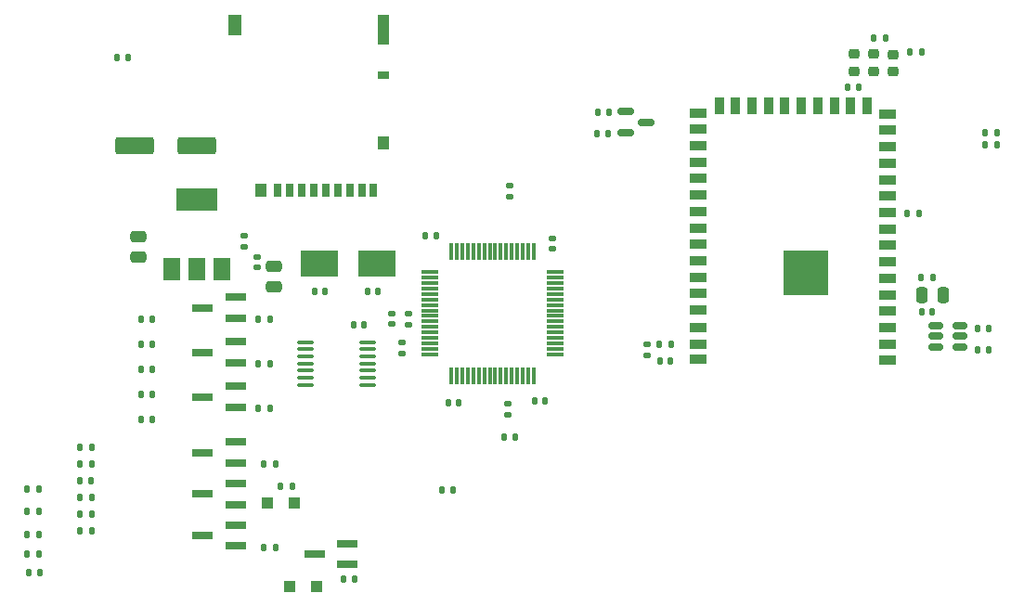
<source format=gbr>
%TF.GenerationSoftware,KiCad,Pcbnew,7.0.7-7.0.7~ubuntu23.04.1*%
%TF.CreationDate,2023-09-24T09:12:25+02:00*%
%TF.ProjectId,SweFlops,53776546-6c6f-4707-932e-6b696361645f,1.03*%
%TF.SameCoordinates,PX6312cb0PY6bcb370*%
%TF.FileFunction,Paste,Top*%
%TF.FilePolarity,Positive*%
%FSLAX46Y46*%
G04 Gerber Fmt 4.6, Leading zero omitted, Abs format (unit mm)*
G04 Created by KiCad (PCBNEW 7.0.7-7.0.7~ubuntu23.04.1) date 2023-09-24 09:12:25*
%MOMM*%
%LPD*%
G01*
G04 APERTURE LIST*
G04 Aperture macros list*
%AMRoundRect*
0 Rectangle with rounded corners*
0 $1 Rounding radius*
0 $2 $3 $4 $5 $6 $7 $8 $9 X,Y pos of 4 corners*
0 Add a 4 corners polygon primitive as box body*
4,1,4,$2,$3,$4,$5,$6,$7,$8,$9,$2,$3,0*
0 Add four circle primitives for the rounded corners*
1,1,$1+$1,$2,$3*
1,1,$1+$1,$4,$5*
1,1,$1+$1,$6,$7*
1,1,$1+$1,$8,$9*
0 Add four rect primitives between the rounded corners*
20,1,$1+$1,$2,$3,$4,$5,0*
20,1,$1+$1,$4,$5,$6,$7,0*
20,1,$1+$1,$6,$7,$8,$9,0*
20,1,$1+$1,$8,$9,$2,$3,0*%
G04 Aperture macros list end*
%ADD10RoundRect,0.139924X0.140000X0.170000X-0.140000X0.170000X-0.140000X-0.170000X0.140000X-0.170000X0*%
%ADD11RoundRect,0.139924X-0.170000X0.140000X-0.170000X-0.140000X0.170000X-0.140000X0.170000X0.140000X0*%
%ADD12RoundRect,0.249924X-0.475000X0.250000X-0.475000X-0.250000X0.475000X-0.250000X0.475000X0.250000X0*%
%ADD13RoundRect,0.139924X0.170000X-0.140000X0.170000X0.140000X-0.170000X0.140000X-0.170000X-0.140000X0*%
%ADD14RoundRect,0.134924X0.135000X0.185000X-0.135000X0.185000X-0.135000X-0.185000X0.135000X-0.185000X0*%
%ADD15RoundRect,0.134924X0.185000X-0.135000X0.185000X0.135000X-0.185000X0.135000X-0.185000X-0.135000X0*%
%ADD16RoundRect,0.134924X-0.135000X-0.185000X0.135000X-0.185000X0.135000X0.185000X-0.135000X0.185000X0*%
%ADD17RoundRect,0.099924X-0.637500X-0.100000X0.637500X-0.100000X0.637500X0.100000X-0.637500X0.100000X0*%
%ADD18R,1.499848X1.999848*%
%ADD19R,3.799848X1.999848*%
%ADD20R,3.499848X2.399848*%
%ADD21RoundRect,0.249924X1.500000X0.550000X-1.500000X0.550000X-1.500000X-0.550000X1.500000X-0.550000X0*%
%ADD22R,1.899848X0.799848*%
%ADD23R,0.999848X0.999848*%
%ADD24RoundRect,0.074924X-0.700000X-0.075000X0.700000X-0.075000X0.700000X0.075000X-0.700000X0.075000X0*%
%ADD25RoundRect,0.074924X-0.075000X-0.700000X0.075000X-0.700000X0.075000X0.700000X-0.075000X0.700000X0*%
%ADD26RoundRect,0.149924X-0.587500X-0.150000X0.587500X-0.150000X0.587500X0.150000X-0.587500X0.150000X0*%
%ADD27RoundRect,0.139924X-0.140000X-0.170000X0.140000X-0.170000X0.140000X0.170000X-0.140000X0.170000X0*%
%ADD28R,0.699848X1.199848*%
%ADD29R,0.999848X0.799848*%
%ADD30R,0.999848X1.199848*%
%ADD31R,0.999848X2.799848*%
%ADD32R,1.299848X1.899848*%
%ADD33RoundRect,0.218674X-0.256250X0.218750X-0.256250X-0.218750X0.256250X-0.218750X0.256250X0.218750X0*%
%ADD34RoundRect,0.134924X-0.185000X0.135000X-0.185000X-0.135000X0.185000X-0.135000X0.185000X0.135000X0*%
%ADD35RoundRect,0.149924X-0.512500X-0.150000X0.512500X-0.150000X0.512500X0.150000X-0.512500X0.150000X0*%
%ADD36RoundRect,0.249924X-0.250000X-0.475000X0.250000X-0.475000X0.250000X0.475000X-0.250000X0.475000X0*%
%ADD37R,1.499848X0.899848*%
%ADD38R,0.899848X1.499848*%
%ADD39R,4.099848X4.099848*%
G04 APERTURE END LIST*
D10*
%TO.C,C3*%
X31468000Y32258000D03*
X30508000Y32258000D03*
%TD*%
D11*
%TO.C,C4*%
X32766000Y30198000D03*
X32766000Y29238000D03*
%TD*%
D10*
%TO.C,C5*%
X26642000Y32258000D03*
X25682000Y32258000D03*
%TD*%
%TO.C,C6*%
X36774000Y37338000D03*
X35814000Y37338000D03*
%TD*%
%TO.C,C7*%
X38862000Y22098000D03*
X37902000Y22098000D03*
%TD*%
%TO.C,C9*%
X46708000Y22225000D03*
X45748000Y22225000D03*
%TD*%
D11*
%TO.C,C10*%
X33655000Y27531000D03*
X33655000Y26571000D03*
%TD*%
D12*
%TO.C,C17*%
X9626600Y37246600D03*
X9626600Y35346600D03*
%TD*%
D11*
%TO.C,C18*%
X19278600Y37284600D03*
X19278600Y36324600D03*
%TD*%
D12*
%TO.C,C19*%
X21974000Y34510000D03*
X21974000Y32610000D03*
%TD*%
D10*
%TO.C,C20*%
X30198000Y29210000D03*
X29238000Y29210000D03*
%TD*%
D13*
%TO.C,C23*%
X20421600Y34419600D03*
X20421600Y35379600D03*
%TD*%
D14*
%TO.C,PU1*%
X10922000Y29718000D03*
X9902000Y29718000D03*
%TD*%
%TO.C,PU2*%
X10922000Y27432000D03*
X9902000Y27432000D03*
%TD*%
%TO.C,PU3*%
X10922000Y25146000D03*
X9902000Y25146000D03*
%TD*%
%TO.C,PU4*%
X5336000Y18034000D03*
X4316000Y18034000D03*
%TD*%
%TO.C,PU5*%
X512000Y14224000D03*
X-508000Y14224000D03*
%TD*%
%TO.C,PU6*%
X5338000Y16510000D03*
X4318000Y16510000D03*
%TD*%
%TO.C,PU7*%
X510000Y12192000D03*
X-510000Y12192000D03*
%TD*%
%TO.C,PU8*%
X5334000Y14986000D03*
X4314000Y14986000D03*
%TD*%
%TO.C,PU9*%
X510000Y10033000D03*
X-510000Y10033000D03*
%TD*%
%TO.C,PU10*%
X5336000Y13462000D03*
X4316000Y13462000D03*
%TD*%
%TO.C,PU11*%
X510000Y8255000D03*
X-510000Y8255000D03*
%TD*%
%TO.C,PU12*%
X609600Y6604000D03*
X-410400Y6604000D03*
%TD*%
%TO.C,PU13*%
X5336000Y11938000D03*
X4316000Y11938000D03*
%TD*%
%TO.C,R1*%
X87187500Y28847000D03*
X86167500Y28847000D03*
%TD*%
%TO.C,R2*%
X87187500Y26847000D03*
X86167500Y26847000D03*
%TD*%
D15*
%TO.C,R10*%
X34290000Y29206000D03*
X34290000Y30226000D03*
%TD*%
D14*
%TO.C,R20*%
X87886000Y46736000D03*
X86866000Y46736000D03*
%TD*%
D16*
%TO.C,RN1*%
X20572000Y29718000D03*
X21592000Y29718000D03*
%TD*%
%TO.C,RN2*%
X20572000Y25654000D03*
X21592000Y25654000D03*
%TD*%
%TO.C,RN3*%
X20572000Y21590000D03*
X21592000Y21590000D03*
%TD*%
%TO.C,RN4*%
X21080000Y8890000D03*
X22100000Y8890000D03*
%TD*%
%TO.C,RN5*%
X22604000Y14478000D03*
X23624000Y14478000D03*
%TD*%
%TO.C,RN6*%
X21080000Y16510000D03*
X22100000Y16510000D03*
%TD*%
D17*
%TO.C,U1*%
X24823500Y27604000D03*
X24823500Y26954000D03*
X24823500Y26304000D03*
X24823500Y25654000D03*
X24823500Y25004000D03*
X24823500Y24354000D03*
X24823500Y23704000D03*
X30548500Y23704000D03*
X30548500Y24354000D03*
X30548500Y25004000D03*
X30548500Y25654000D03*
X30548500Y26304000D03*
X30548500Y26954000D03*
X30548500Y27604000D03*
%TD*%
D18*
%TO.C,U4*%
X12621220Y34289600D03*
X14921220Y34289600D03*
D19*
X14921220Y40589600D03*
D18*
X17221220Y34289600D03*
%TD*%
D20*
%TO.C,Y1*%
X31362000Y34798000D03*
X26162000Y34798000D03*
%TD*%
D21*
%TO.C,C1*%
X14904000Y45500000D03*
X9304000Y45500000D03*
%TD*%
D16*
%TO.C,R13*%
X7666800Y53594000D03*
X8686800Y53594000D03*
%TD*%
D14*
%TO.C,PU14*%
X10922000Y20574000D03*
X9902000Y20574000D03*
%TD*%
D16*
%TO.C,PU15*%
X9902000Y22860000D03*
X10922000Y22860000D03*
%TD*%
%TO.C,R3*%
X37304000Y14100000D03*
X38324000Y14100000D03*
%TD*%
%TO.C,R4*%
X42974000Y18940000D03*
X43994000Y18940000D03*
%TD*%
%TO.C,R5*%
X28319000Y5969000D03*
X29339000Y5969000D03*
%TD*%
%TO.C,R6*%
X4316000Y10414000D03*
X5336000Y10414000D03*
%TD*%
D14*
%TO.C,R21*%
X87886000Y45567600D03*
X86866000Y45567600D03*
%TD*%
D22*
%TO.C,Q7*%
X28678000Y7305000D03*
X28678000Y9205000D03*
X25678000Y8255000D03*
%TD*%
D13*
%TO.C,C8*%
X47371000Y36096000D03*
X47371000Y37056000D03*
%TD*%
D22*
%TO.C,Q1*%
X18494000Y29784000D03*
X18494000Y31684000D03*
X15494000Y30734000D03*
%TD*%
%TO.C,Q2*%
X18494000Y25720000D03*
X18494000Y27620000D03*
X15494000Y26670000D03*
%TD*%
%TO.C,Q3*%
X18494000Y21656000D03*
X18494000Y23556000D03*
X15494000Y22606000D03*
%TD*%
%TO.C,Q4*%
X18494000Y8981334D03*
X18494000Y10881334D03*
X15494000Y9931334D03*
%TD*%
%TO.C,Q5*%
X18494000Y12778667D03*
X18494000Y14678667D03*
X15494000Y13728667D03*
%TD*%
%TO.C,Q6*%
X18494000Y16576000D03*
X18494000Y18476000D03*
X15494000Y17526000D03*
%TD*%
D23*
%TO.C,D1*%
X23856000Y12954000D03*
X21356000Y12954000D03*
%TD*%
%TO.C,D2*%
X23388000Y5334000D03*
X25888000Y5334000D03*
%TD*%
D24*
%TO.C,U3*%
X36235000Y33976000D03*
X36235000Y33476000D03*
X36235000Y32976000D03*
X36235000Y32476000D03*
X36235000Y31976000D03*
X36235000Y31476000D03*
X36235000Y30976000D03*
X36235000Y30476000D03*
X36235000Y29976000D03*
X36235000Y29476000D03*
X36235000Y28976000D03*
X36235000Y28476000D03*
X36235000Y27976000D03*
X36235000Y27476000D03*
X36235000Y26976000D03*
X36235000Y26476000D03*
D25*
X38160000Y24551000D03*
X38660000Y24551000D03*
X39160000Y24551000D03*
X39660000Y24551000D03*
X40160000Y24551000D03*
X40660000Y24551000D03*
X41160000Y24551000D03*
X41660000Y24551000D03*
X42160000Y24551000D03*
X42660000Y24551000D03*
X43160000Y24551000D03*
X43660000Y24551000D03*
X44160000Y24551000D03*
X44660000Y24551000D03*
X45160000Y24551000D03*
X45660000Y24551000D03*
D24*
X47585000Y26476000D03*
X47585000Y26976000D03*
X47585000Y27476000D03*
X47585000Y27976000D03*
X47585000Y28476000D03*
X47585000Y28976000D03*
X47585000Y29476000D03*
X47585000Y29976000D03*
X47585000Y30476000D03*
X47585000Y30976000D03*
X47585000Y31476000D03*
X47585000Y31976000D03*
X47585000Y32476000D03*
X47585000Y32976000D03*
X47585000Y33476000D03*
X47585000Y33976000D03*
D25*
X45660000Y35901000D03*
X45160000Y35901000D03*
X44660000Y35901000D03*
X44160000Y35901000D03*
X43660000Y35901000D03*
X43160000Y35901000D03*
X42660000Y35901000D03*
X42160000Y35901000D03*
X41660000Y35901000D03*
X41160000Y35901000D03*
X40660000Y35901000D03*
X40160000Y35901000D03*
X39660000Y35901000D03*
X39160000Y35901000D03*
X38660000Y35901000D03*
X38160000Y35901000D03*
%TD*%
D15*
%TO.C,R7*%
X43307000Y20955000D03*
X43307000Y21975000D03*
%TD*%
D26*
%TO.C,Q8*%
X54069000Y48610000D03*
X54069000Y46710000D03*
X55944000Y47660000D03*
%TD*%
D16*
%TO.C,R17*%
X51464000Y46590000D03*
X52484000Y46590000D03*
%TD*%
%TO.C,R16*%
X80008000Y54102000D03*
X81028000Y54102000D03*
%TD*%
D14*
%TO.C,R12*%
X82044000Y33528000D03*
X81024000Y33528000D03*
%TD*%
D27*
%TO.C,C12*%
X57178000Y25908000D03*
X58138000Y25908000D03*
%TD*%
D28*
%TO.C,J1*%
X22344000Y41460000D03*
X23444000Y41460000D03*
X24544000Y41460000D03*
X25644000Y41460000D03*
X26744000Y41460000D03*
X27844000Y41460000D03*
X28944000Y41460000D03*
X30044000Y41460000D03*
X30994000Y41460000D03*
D29*
X31944000Y51960000D03*
D30*
X31944000Y45760000D03*
D31*
X31944000Y56110000D03*
D30*
X20794000Y41460000D03*
D32*
X18444000Y56560000D03*
%TD*%
D15*
%TO.C,R11*%
X56007000Y26412000D03*
X56007000Y27432000D03*
%TD*%
D33*
%TO.C,D5*%
X78486000Y53848000D03*
X78486000Y52273000D03*
%TD*%
D16*
%TO.C,R15*%
X76706000Y55372000D03*
X77726000Y55372000D03*
%TD*%
D34*
%TO.C,R8*%
X43454000Y41910000D03*
X43454000Y40890000D03*
%TD*%
D16*
%TO.C,R18*%
X79754000Y39370000D03*
X80774000Y39370000D03*
%TD*%
%TO.C,R9*%
X57148000Y27432000D03*
X58168000Y27432000D03*
%TD*%
D14*
%TO.C,R14*%
X75344000Y50830000D03*
X74324000Y50830000D03*
%TD*%
D35*
%TO.C,U5*%
X82307000Y29078000D03*
X82307000Y28128000D03*
X82307000Y27178000D03*
X84582000Y27178000D03*
X84582000Y28128000D03*
X84582000Y29078000D03*
%TD*%
D16*
%TO.C,R19*%
X51504000Y48600000D03*
X52524000Y48600000D03*
%TD*%
D33*
%TO.C,D3*%
X74930000Y53873500D03*
X74930000Y52298500D03*
%TD*%
%TO.C,D4*%
X76708000Y53873500D03*
X76708000Y52298500D03*
%TD*%
D36*
%TO.C,C2*%
X81092000Y31877000D03*
X82992000Y31877000D03*
%TD*%
D37*
%TO.C,U2*%
X77956000Y25914000D03*
X77956000Y27414000D03*
X77956000Y28914000D03*
X77956000Y30414000D03*
X77956000Y31914000D03*
X77956000Y33414000D03*
X77956000Y34914000D03*
X77956000Y36414000D03*
X77956000Y37914000D03*
X77956000Y39414000D03*
X77956000Y40914000D03*
X77956000Y42414000D03*
X77956000Y43914000D03*
X77956000Y45414000D03*
X77956000Y46914000D03*
X77956000Y48414000D03*
D38*
X76081000Y49164000D03*
X74581000Y49164000D03*
X73081000Y49164000D03*
X71581000Y49164000D03*
X70081000Y49164000D03*
X68581000Y49164000D03*
X67081000Y49164000D03*
X65581000Y49164000D03*
X64081000Y49164000D03*
X62581000Y49164000D03*
D37*
X60706000Y48514000D03*
X60706000Y47014000D03*
X60706000Y45514000D03*
X60706000Y44014000D03*
X60706000Y42514000D03*
X60706000Y41014000D03*
X60706000Y39514000D03*
X60706000Y38014000D03*
X60706000Y36514000D03*
X60706000Y35014000D03*
X60706000Y33514000D03*
X60706000Y32014000D03*
X60706000Y30514000D03*
X60706000Y28914000D03*
X60706000Y27414000D03*
X60706000Y26014000D03*
D39*
X70521000Y33954000D03*
%TD*%
D27*
%TO.C,C11*%
X81054000Y30353000D03*
X82014000Y30353000D03*
%TD*%
M02*

</source>
